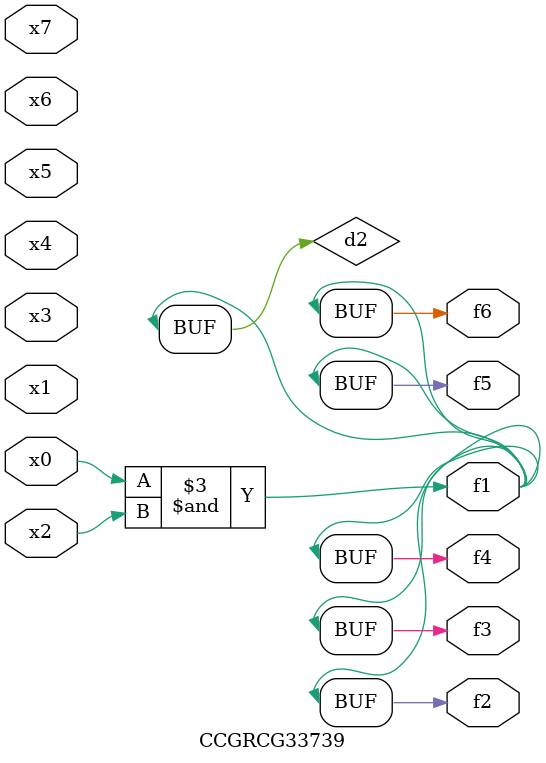
<source format=v>
module CCGRCG33739(
	input x0, x1, x2, x3, x4, x5, x6, x7,
	output f1, f2, f3, f4, f5, f6
);

	wire d1, d2;

	nor (d1, x3, x6);
	and (d2, x0, x2);
	assign f1 = d2;
	assign f2 = d2;
	assign f3 = d2;
	assign f4 = d2;
	assign f5 = d2;
	assign f6 = d2;
endmodule

</source>
